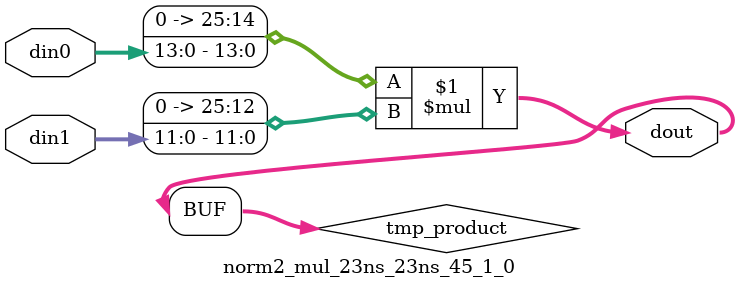
<source format=v>

`timescale 1 ns / 1 ps

 module norm2_mul_23ns_23ns_45_1_0(din0, din1, dout);
parameter ID = 1;
parameter NUM_STAGE = 0;
parameter din0_WIDTH = 14;
parameter din1_WIDTH = 12;
parameter dout_WIDTH = 26;

input [din0_WIDTH - 1 : 0] din0; 
input [din1_WIDTH - 1 : 0] din1; 
output [dout_WIDTH - 1 : 0] dout;

wire signed [dout_WIDTH - 1 : 0] tmp_product;
























assign tmp_product = $signed({1'b0, din0}) * $signed({1'b0, din1});











assign dout = tmp_product;





















endmodule

</source>
